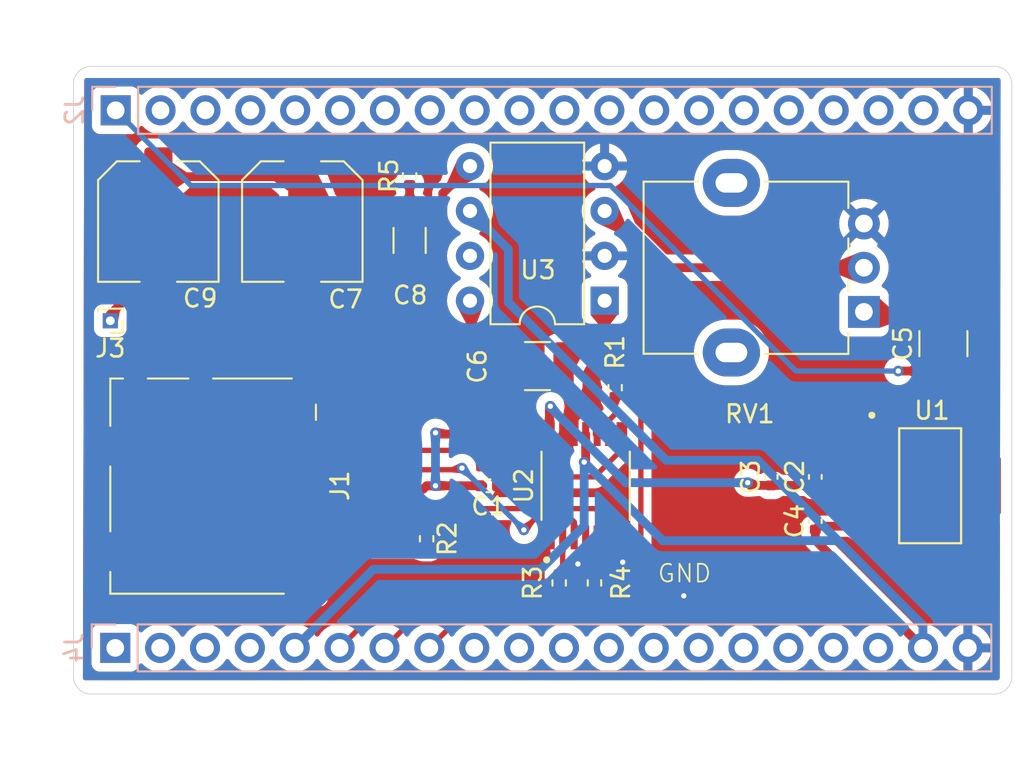
<source format=kicad_pcb>
(kicad_pcb (version 20240108) (generator "pcbnew") (generator_version "8.0")
  (layers (0 "F.Cu" signal) (31 "B.Cu" signal) (34 "B.Paste" user) (35 "F.Paste" user) (36 "B.SilkS" user "B.Silkscreen") (37 "F.SilkS" user "F.Silkscreen") (38 "B.Mask" user) (39 "F.Mask" user) (44 "Edge.Cuts" user))
  (net 0 "")
  (net 1 "Net-(J1-CMD)")
  (net 2 "Net-(J1-CLK)")
  (net 3 "Net-(J1-DAT0)")
  (net 4 "GND")
  (net 5 "+3.3V")
  (net 6 "Net-(J1-DAT3{slash}CD)")
  (net 9 "/speaker")
  (net 10 "+5V")
  (net 11 "Net-(C6-Pad2)")
  (net 12 "Net-(C7-Pad1)")
  (net 13 "Net-(U3-+)")
  (net 14 "Net-(C6-Pad1)")
  (net 16 "Net-(C5-Pad2)")
  (net 17 "/Audio")
  (net 18 "Net-(C8-Pad1)")
  (net 39 "/MOSI")
  (net 40 "/SCK")
  (net 42 "/CS")
  (net 54 "Net-(U2-3A)")
  (net 55 "Net-(U2-1A)")
  (net 56 "Net-(U2-2A)")
  (footprint "Resistor_SMD:R_0402_1005Metric" (layer "F.Cu") (at 102.2848 40.6014 90)
    (property "Reference" "R5" (at 0 -1.17 90) (layer "F.SilkS"))
    (property "Value" "10")
    (fp_line (start -0.153641 -0.38) (end 0.153641 -0.38) (stroke (width 0.12)) (layer "F.SilkS"))
    (fp_line (start -0.153641 0.38) (end 0.153641 0.38) (stroke (width 0.12)) (layer "F.SilkS"))
    (pad "1" smd roundrect (at -0.51 0 90) (size 0.54 0.64) (layers "F.Cu" "F.Paste" "F.Mask") (net 18 "Net-(C8-Pad1)"))
    (pad "2" smd roundrect (at 0.51 0 90) (size 0.54 0.64) (layers "F.Cu" "F.Paste" "F.Mask") (net 4 "GND"))
  )
  (footprint "Connector_Card:microSD_HC_Molex_104031-0811" (layer "F.Cu") (at 91.1621 58.1422 -90)
    (property "Reference" "J1" (at 0 -7.18 90) (layer "F.SilkS"))
    (property "Value" "Micro_SD_Card")
    (fp_line (start -6.07 5.82) (end -3.39 5.82) (stroke (width 0.12)) (layer "F.SilkS"))
    (fp_line (start -1.09 5.82) (end 2.58 5.82) (stroke (width 0.12)) (layer "F.SilkS"))
    (fp_line (start 4.88 5.82) (end 6.11 5.82) (stroke (width 0.12)) (layer "F.SilkS"))
    (fp_line (start 6.11 5.82) (end 6.11 -4) (stroke (width 0.12)) (layer "F.SilkS"))
    (fp_line (start -6.07 5.1) (end -6.07 5.82) (stroke (width 0.12)) (layer "F.SilkS"))
    (fp_line (start -6.07 1.4) (end -6.07 3.7) (stroke (width 0.12)) (layer "F.SilkS"))
    (fp_line (start -6.07 -4.45) (end -6.07 0) (stroke (width 0.12)) (layer "F.SilkS"))
    (fp_line (start -4.59 -5.82) (end -3.73 -5.82) (stroke (width 0.12)) (layer "F.SilkS"))
    (pad "1" smd rect (at -3.105 -5.45 270) (size 0.85 1.1) (layers "F.Cu" "F.Paste" "F.Mask"))
    (pad "2" smd rect (at -2.005 -5.45 270) (size 0.85 1.1) (layers "F.Cu" "F.Paste" "F.Mask") (net 6 "Net-(J1-DAT3{slash}CD)"))
    (pad "3" smd rect (at -0.905 -5.45 270) (size 0.85 1.1) (layers "F.Cu" "F.Paste" "F.Mask") (net 1 "Net-(J1-CMD)"))
    (pad "4" smd rect (at 0.195 -5.45 270) (size 0.85 1.1) (layers "F.Cu" "F.Paste" "F.Mask") (net 5 "+3.3V"))
    (pad "5" smd rect (at 1.295 -5.45 270) (size 0.85 1.1) (layers "F.Cu" "F.Paste" "F.Mask") (net 2 "Net-(J1-CLK)"))
    (pad "6" smd rect (at 2.395 -5.45 270) (size 0.85 1.1) (layers "F.Cu" "F.Paste" "F.Mask") (net 4 "GND"))
    (pad "7" smd rect (at 3.495 -5.45 270) (size 0.85 1.1) (layers "F.Cu" "F.Paste" "F.Mask") (net 3 "Net-(J1-DAT0)"))
    (pad "8" smd rect (at 4.545 -5.45 270) (size 0.75 1.1) (layers "F.Cu" "F.Paste" "F.Mask"))
    (pad "9" smd rect (at -5.74 0.7 270) (size 1.2 1) (layers "F.Cu" "F.Paste" "F.Mask") (net 4 "GND"))
    (pad "10" smd rect (at -5.74 4.4 270) (size 1.2 1) (layers "F.Cu" "F.Paste" "F.Mask"))
    (pad "11" smd rect (at -5.565 -5.325 270) (size 1.55 1.35) (layers "F.Cu" "F.Paste" "F.Mask"))
    (pad "11" smd rect (at -2.24 5.375 270) (size 1.9 1.35) (layers "F.Cu" "F.Paste" "F.Mask"))
    (pad "11" smd rect (at 3.73 5.375 270) (size 1.9 1.35) (layers "F.Cu" "F.Paste" "F.Mask"))
    (pad "11" smd rect (at 5.755 -5.1 270) (size 1.17 1.8) (layers "F.Cu" "F.Paste" "F.Mask"))
  )
  (footprint "Package_DIP:DIP-8_W7.62mm" (layer "F.Cu") (at 113.3238 47.6684 180)
    (property "Reference" "U3" (at 3.7746 1.7356 0) (layer "F.SilkS"))
    (property "Value" "LM386")
    (fp_line (start 6.46 8.95) (end 6.46 -1.33) (stroke (width 0.12)) (layer "F.SilkS"))
    (fp_line (start 6.46 -1.33) (end 4.81 -1.33) (stroke (width 0.12)) (layer "F.SilkS"))
    (fp_line (start 2.81 -1.33) (end 1.16 -1.33) (stroke (width 0.12)) (layer "F.SilkS"))
    (fp_line (start 1.16 8.95) (end 6.46 8.95) (stroke (width 0.12)) (layer "F.SilkS"))
    (fp_line (start 1.16 -1.33) (end 1.16 8.95) (stroke (width 0.12)) (layer "F.SilkS"))
    (fp_arc (start 4.81 -1.33) (mid 3.81 -0.33) (end 2.81 -1.33) (stroke (width 0.12)) (layer "F.SilkS"))
    (pad "1" thru_hole rect (at 0 0 180) (size 1.6 1.6) (drill 0.8) (layers "*.Cu" "*.Mask") (net 14 "Net-(C6-Pad1)"))
    (pad "2" thru_hole oval (at 0 2.54 180) (size 1.6 1.6) (drill 0.8) (layers "*.Cu" "*.Mask") (net 4 "GND"))
    (pad "3" thru_hole oval (at 0 5.08 180) (size 1.6 1.6) (drill 0.8) (layers "*.Cu" "*.Mask") (net 13 "Net-(U3-+)"))
    (pad "4" thru_hole oval (at 0 7.62 180) (size 1.6 1.6) (drill 0.8) (layers "*.Cu" "*.Mask") (net 4 "GND"))
    (pad "5" thru_hole oval (at 7.62 7.62 180) (size 1.6 1.6) (drill 0.8) (layers "*.Cu" "*.Mask") (net 12 "Net-(C7-Pad1)"))
    (pad "6" thru_hole oval (at 7.62 5.08 180) (size 1.6 1.6) (drill 0.8) (layers "*.Cu" "*.Mask") (net 10 "+5V"))
    (pad "7" thru_hole oval (at 7.62 2.54 180) (size 1.6 1.6) (drill 0.8) (layers "*.Cu" "*.Mask"))
    (pad "8" thru_hole oval (at 7.62 0 180) (size 1.6 1.6) (drill 0.8) (layers "*.Cu" "*.Mask") (net 11 "Net-(C6-Pad2)"))
  )
  (footprint "Potentiometer_THT:Potentiometer_Alpha_RD901F-40-00D_Single_Vertical" (layer "F.Cu") (at 128 48.3 180)
    (property "Reference" "RV1" (at 6.4604 -5.7822 0) (layer "F.SilkS"))
    (property "Value" "10k")
    (fp_line (start 12.47 7.37) (end 12.47 -2.37) (stroke (width 0.12)) (layer "F.SilkS"))
    (fp_line (start 9.41 7.37) (end 12.47 7.37) (stroke (width 0.12)) (layer "F.SilkS"))
    (fp_line (start 9.41 -2.37) (end 12.47 -2.37) (stroke (width 0.12)) (layer "F.SilkS"))
    (fp_line (start 0.88 7.37) (end 5.6 7.37) (stroke (width 0.12)) (layer "F.SilkS"))
    (fp_line (start 0.88 7.37) (end 0.88 5.88) (stroke (width 0.12)) (layer "F.SilkS"))
    (fp_line (start 0.88 4.16) (end 0.88 3.33) (stroke (width 0.12)) (layer "F.SilkS"))
    (fp_line (start 0.88 1.71) (end 0.88 1.18) (stroke (width 0.12)) (layer "F.SilkS"))
    (fp_line (start 0.88 -1.19) (end 0.88 -2.37) (stroke (width 0.12)) (layer "F.SilkS"))
    (fp_line (start 0.88 -2.38) (end 5.6 -2.38) (stroke (width 0.12)) (layer "F.SilkS"))
    (pad "" thru_hole oval (at 7.5 -2.3 270) (size 2.72 3.24) (drill oval 1.1 1.8) (layers "*.Cu" "*.Mask"))
    (pad "" thru_hole oval (at 7.5 7.3 270) (size 2.72 3.24) (drill oval 1.1 1.8) (layers "*.Cu" "*.Mask"))
    (pad "1" thru_hole rect (at 0 0 270) (size 1.8 1.8) (drill 1) (layers "*.Cu" "*.Mask") (net 16 "Net-(C5-Pad2)"))
    (pad "2" thru_hole circle (at 0 2.5 270) (size 1.8 1.8) (drill 1) (layers "*.Cu" "*.Mask") (net 13 "Net-(U3-+)"))
    (pad "3" thru_hole circle (at 0 5 270) (size 1.8 1.8) (drill 1) (layers "*.Cu" "*.Mask") (net 4 "GND"))
  )
  (footprint "Resistor_SMD:R_0402_1005Metric" (layer "F.Cu") (at 110.7496 63.6422 90)
    (property "Reference" "R3" (at 0 -1.5 90) (layer "F.SilkS"))
    (property "Value" "3.3k")
    (fp_line (start -0.153641 -0.38) (end 0.153641 -0.38) (stroke (width 0.12)) (layer "F.SilkS"))
    (fp_line (start -0.153641 0.38) (end 0.153641 0.38) (stroke (width 0.12)) (layer "F.SilkS"))
    (pad "1" smd roundrect (at -0.51 0 90) (size 0.54 0.64) (layers "F.Cu" "F.Paste" "F.Mask") (net 39 "/MOSI"))
    (pad "2" smd roundrect (at 0.51 0 90) (size 0.54 0.64) (layers "F.Cu" "F.Paste" "F.Mask") (net 55 "Net-(U2-1A)"))
  )
  (footprint "Capacitor_SMD:C_0402_1005Metric" (layer "F.Cu") (at 125.2496 60.1422 90)
    (property "Reference" "C4" (at 0 -1.16 90) (layer "F.SilkS"))
    (property "Value" "10n")
    (fp_line (start -0.107836 -0.36) (end 0.107836 -0.36) (stroke (width 0.12)) (layer "F.SilkS"))
    (fp_line (start -0.107836 0.36) (end 0.107836 0.36) (stroke (width 0.12)) (layer "F.SilkS"))
    (pad "1" smd roundrect (at -0.48 0 90) (size 0.56 0.62) (layers "F.Cu" "F.Paste" "F.Mask") (net 10 "+5V"))
    (pad "2" smd roundrect (at 0.48 0 90) (size 0.56 0.62) (layers "F.Cu" "F.Paste" "F.Mask") (net 4 "GND"))
  )
  (footprint "Resistor_SMD:R_0402_1005Metric" (layer "F.Cu") (at 103.2496 61.1422 -90)
    (property "Reference" "R2" (at 0 -1.17 90) (layer "F.SilkS"))
    (property "Value" "3.3k")
    (fp_line (start -0.153641 0.38) (end 0.153641 0.38) (stroke (width 0.12)) (layer "F.SilkS"))
    (fp_line (start -0.153641 -0.38) (end 0.153641 -0.38) (stroke (width 0.12)) (layer "F.SilkS"))
    (pad "1" smd roundrect (at -0.51 0 270) (size 0.54 0.64) (layers "F.Cu" "F.Paste" "F.Mask") (net 4 "GND"))
    (pad "2" smd roundrect (at 0.51 0 270) (size 0.54 0.64) (layers "F.Cu" "F.Paste" "F.Mask") (net 3 "Net-(J1-DAT0)"))
  )
  (footprint "Symbol:SOT229P700X180-4N" (layer "F.Cu") (at 131.7496 58.1422 -90)
    (property "Reference" "U1" (at -4.2592 -0.1008 180) (layer "F.SilkS"))
    (property "Value" "AMS1117-5.0")
    (fp_line (start -3.2525 1.7525) (end -3.2525 -1.7525) (stroke (width 0.127)) (layer "F.SilkS"))
    (fp_line (start 3.2525 1.7525) (end -3.2525 1.7525) (stroke (width 0.127)) (layer "F.SilkS"))
    (fp_line (start -3.2525 -1.7525) (end 3.2525 -1.7525) (stroke (width 0.127)) (layer "F.SilkS"))
    (fp_line (start 3.2525 -1.7525) (end 3.2525 1.7525) (stroke (width 0.127)) (layer "F.SilkS"))
    (fp_circle (center -3.99 3.3) (end -3.89 3.3) (stroke (width 0.2)) (fill none) (layer "F.SilkS"))
    (pad "1" smd roundrect (at -2.29 3.345 270) (size 0.93 1.31) (layers "F.Cu" "F.Paste" "F.Mask") (roundrect_rratio 0.075) (net 4 "GND"))
    (pad "2" smd roundrect (at 0 3.345 270) (size 0.93 1.31) (layers "F.Cu" "F.Paste" "F.Mask") (roundrect_rratio 0.075) (net 5 "+3.3V"))
    (pad "3" smd roundrect (at 2.29 3.345 270) (size 0.93 1.31) (layers "F.Cu" "F.Paste" "F.Mask") (roundrect_rratio 0.075) (net 10 "+5V"))
    (pad "4" smd roundrect (at 0 -3.345 270) (size 3.24 1.31) (layers "F.Cu" "F.Paste" "F.Mask") (roundrect_rratio 0.075))
  )
  (footprint "Capacitor_SMD:C_Elec_6.3x5.8" (layer "F.Cu") (at 96.2108 43.1871 -90)
    (property "Reference" "C7" (at 4.3994 -2.4494 180) (layer "F.SilkS"))
    (property "Value" "100u")
    (fp_line (start -2.345563 3.41) (end 3.41 3.41) (stroke (width 0.12)) (layer "F.SilkS"))
    (fp_line (start 3.41 3.41) (end 3.41 1.06) (stroke (width 0.12)) (layer "F.SilkS"))
    (fp_line (start -3.41 2.345563) (end -2.345563 3.41) (stroke (width 0.12)) (layer "F.SilkS"))
    (fp_line (start -3.41 2.345563) (end -3.41 1.06) (stroke (width 0.12)) (layer "F.SilkS"))
    (fp_line (start -3.41 -2.345563) (end -3.41 -1.06) (stroke (width 0.12)) (layer "F.SilkS"))
    (fp_line (start -3.41 -2.345563) (end -2.345563 -3.41) (stroke (width 0.12)) (layer "F.SilkS"))
    (fp_line (start -2.345563 -3.41) (end 3.41 -3.41) (stroke (width 0.12)) (layer "F.SilkS"))
    (fp_line (start 3.41 -3.41) (end 3.41 -1.06) (stroke (width 0.12)) (layer "F.SilkS"))
    (pad "1" smd roundrect (at -2.5375 0 270) (size 3.325 1.6) (layers "F.Cu" "F.Paste" "F.Mask") (roundrect_rratio 0.15625) (net 12 "Net-(C7-Pad1)"))
    (pad "2" smd roundrect (at 2.5375 0 270) (size 3.325 1.6) (layers "F.Cu" "F.Paste" "F.Mask") (roundrect_rratio 0.15625) (net 9 "/speaker"))
  )
  (footprint "Resistor_SMD:R_0402_1005Metric" (layer "F.Cu") (at 113.918 52.5876 -90)
    (property "Reference" "R1" (at -2 0 90) (layer "F.SilkS"))
    (property "Value" "3.3k")
    (fp_line (start -0.153641 0.38) (end 0.153641 0.38) (stroke (width 0.12)) (layer "F.SilkS"))
    (fp_line (start -0.153641 -0.38) (end 0.153641 -0.38) (stroke (width 0.12)) (layer "F.SilkS"))
    (pad "1" smd roundrect (at -0.51 0 270) (size 0.54 0.64) (layers "F.Cu" "F.Paste" "F.Mask") (net 42 "/CS"))
    (pad "2" smd roundrect (at 0.51 0 270) (size 0.54 0.64) (layers "F.Cu" "F.Paste" "F.Mask") (net 54 "Net-(U2-3A)"))
  )
  (footprint "Capacitor_SMD:C_1210_3225Metric" (layer "F.Cu") (at 109.5238 51.3684 180)
    (property "Reference" "C6" (at 3.4036 -0.0184 -90) (layer "F.SilkS"))
    (property "Value" "10u")
    (fp_line (start -0.711252 1.36) (end 0.711252 1.36) (stroke (width 0.12)) (layer "F.SilkS"))
    (fp_line (start -0.711252 -1.36) (end 0.711252 -1.36) (stroke (width 0.12)) (layer "F.SilkS"))
    (pad "1" smd roundrect (at -1.475 0 180) (size 1.15 2.7) (layers "F.Cu" "F.Paste" "F.Mask") (roundrect_rratio 0.217391) (net 14 "Net-(C6-Pad1)"))
    (pad "2" smd roundrect (at 1.475 0 180) (size 1.15 2.7) (layers "F.Cu" "F.Paste" "F.Mask") (roundrect_rratio 0.217391) (net 11 "Net-(C6-Pad2)"))
  )
  (footprint "Capacitor_SMD:C_0402_1005Metric" (layer "F.Cu") (at 122.7496 57.6422 90)
    (property "Reference" "C3" (at 0 -1.16 90) (layer "F.SilkS"))
    (property "Value" "100n")
    (fp_line (start -0.107836 -0.36) (end 0.107836 -0.36) (stroke (width 0.12)) (layer "F.SilkS"))
    (fp_line (start -0.107836 0.36) (end 0.107836 0.36) (stroke (width 0.12)) (layer "F.SilkS"))
    (pad "1" smd roundrect (at -0.48 0 90) (size 0.56 0.62) (layers "F.Cu" "F.Paste" "F.Mask") (net 5 "+3.3V"))
    (pad "2" smd roundrect (at 0.48 0 90) (size 0.56 0.62) (layers "F.Cu" "F.Paste" "F.Mask") (net 4 "GND"))
  )
  (footprint "Resistor_SMD:R_0402_1005Metric" (layer "F.Cu") (at 112.7496 63.6422 90)
    (property "Reference" "R4" (at 0 1.5 90) (layer "F.SilkS"))
    (property "Value" "3.3k")
    (fp_line (start -0.153641 -0.38) (end 0.153641 -0.38) (stroke (width 0.12)) (layer "F.SilkS"))
    (fp_line (start -0.153641 0.38) (end 0.153641 0.38) (stroke (width 0.12)) (layer "F.SilkS"))
    (pad "1" smd roundrect (at -0.51 0 90) (size 0.54 0.64) (layers "F.Cu" "F.Paste" "F.Mask") (net 40 "/SCK"))
    (pad "2" smd roundrect (at 0.51 0 90) (size 0.54 0.64) (layers "F.Cu" "F.Paste" "F.Mask") (net 56 "Net-(U2-2A)"))
  )
  (footprint "Capacitor_SMD:C_1210_3225Metric" (layer "F.Cu") (at 132.5 50.1 90)
    (property "Reference" "C5" (at 0 -2.3 90) (layer "F.SilkS"))
    (property "Value" "10u")
    (fp_line (start -0.711252 -1.36) (end 0.711252 -1.36) (stroke (width 0.12)) (layer "F.SilkS"))
    (fp_line (start -0.711252 1.36) (end 0.711252 1.36) (stroke (width 0.12)) (layer "F.SilkS"))
    (pad "1" smd roundrect (at -1.475 0 90) (size 1.15 2.7) (layers "F.Cu" "F.Paste" "F.Mask") (roundrect_rratio 0.217391) (net 17 "/Audio"))
    (pad "2" smd roundrect (at 1.475 0 90) (size 1.15 2.7) (layers "F.Cu" "F.Paste" "F.Mask") (roundrect_rratio 0.217391) (net 16 "Net-(C5-Pad2)"))
  )
  (footprint "Capacitor_SMD:C_0402_1005Metric" (layer "F.Cu") (at 106.7496 58.1422 180)
    (property "Reference" "C1" (at 0 -1.16 180) (layer "F.SilkS"))
    (property "Value" "100n")
    (fp_line (start -0.107836 0.36) (end 0.107836 0.36) (stroke (width 0.12)) (layer "F.SilkS"))
    (fp_line (start -0.107836 -0.36) (end 0.107836 -0.36) (stroke (width 0.12)) (layer "F.SilkS"))
    (pad "1" smd roundrect (at -0.48 0 180) (size 0.56 0.62) (layers "F.Cu" "F.Paste" "F.Mask") (net 4 "GND"))
    (pad "2" smd roundrect (at 0.48 0 180) (size 0.56 0.62) (layers "F.Cu" "F.Paste" "F.Mask") (net 5 "+3.3V"))
  )
  (footprint "Connector_PinHeader_1.00mm:PinHeader_1x01_P1.00mm_Vertical" (layer "F.Cu") (at 85.343 48.803 180)
    (property "Reference" "J3" (at 0 -1.56 0) (layer "F.SilkS"))
    (property "Value" "Conn_01x01_Pin")
    (fp_line (start 0.695 0.685) (end 0.695 0.56) (stroke (width 0.12)) (layer "F.SilkS"))
    (fp_line (start 0.608276 0.685) (end 0.695 0.685) (stroke (width 0.12)) (layer "F.SilkS"))
    (fp_line (start -0.695 0.685) (end 0.695 0.685) (stroke (width 0.12)) (layer "F.SilkS"))
    (fp_line (start -0.695 0.685) (end -0.608276 0.685) (stroke (width 0.12)) (layer "F.SilkS"))
    (fp_line (start -0.695 0.685) (end -0.695 0.56) (stroke (width 0.12)) (layer "F.SilkS"))
    (fp_line (start -0.695 0) (end -0.695 -0.685) (stroke (width 0.12)) (layer "F.SilkS"))
    (fp_line (start -0.695 -0.685) (end 0 -0.685) (stroke (width 0.12)) (layer "F.SilkS"))
    (pad "1" thru_hole rect (at 0 0 180) (size 0.85 0.85) (drill 0.5) (layers "*.Cu" "*.Mask") (net 9 "/speaker"))
  )
  (footprint "Symbol:IC_74LVC125APW_118" (layer "F.Cu") (at 112.2496 58.1422 90)
    (property "Reference" "U2" (at 0 -3.5 90) (layer "F.SilkS"))
    (property "Value" "74LVC125APW_118")
    (fp_line (start -1.93 -2.5) (end 1.93 -2.5) (stroke (width 0.127)) (layer "F.SilkS"))
    (fp_line (start -1.93 2.5) (end 1.93 2.5) (stroke (width 0.127)) (layer "F.SilkS"))
    (fp_circle (center -4.195 -2.207) (end -4.095 -2.207) (stroke (width 0.2)) (fill none) (layer "F.SilkS"))
    (pad "1" smd rect (at -2.925 -2.05 90) (size 1.35 0.6) (layers "F.Cu" "F.Mask") (net 4 "GND"))
    (pad "2" smd rect (at -2.925 -1.3 90) (size 1.35 0.4) (layers "F.Cu" "F.Mask") (net 55 "Net-(U2-1A)"))
    (pad "3" smd rect (at -2.925 -0.65 90) (size 1.35 0.4) (layers "F.Cu" "F.Mask") (net 1 "Net-(J1-CMD)"))
    (pad "4" smd rect (at -2.925 0 90) (size 1.35 0.4) (layers "F.Cu" "F.Mask") (net 4 "GND"))
    (pad "5" smd rect (at -2.925 0.65 90) (size 1.35 0.4) (layers "F.Cu" "F.Mask") (net 56 "Net-(U2-2A)"))
    (pad "6" smd rect (at -2.925 1.3 90) (size 1.35 0.4) (layers "F.Cu" "F.Mask") (net 2 "Net-(J1-CLK)"))
    (pad "7" smd rect (at -2.925 2.05 90) (size 1.35 0.6) (layers "F.Cu" "F.Mask") (net 4 "GND"))
    (pad "8" smd rect (at 2.925 2.05 90) (size 1.35 0.6) (layers "F.Cu" "F.Mask") (net 6 "Net-(J1-DAT3{slash}CD)"))
    (pad "9" smd rect (at 2.925 1.3 90) (size 1.35 0.4) (layers "F.Cu" "F.Mask") (net 54 "Net-(U2-3A)"))
    (pad "10" smd rect (at 2.925 0.65 90) (size 1.35 0.4) (layers "F.Cu" "F.Mask") (net 4 "GND"))
    (pad "11" smd rect (at 2.925 0 90) (size 1.35 0.4) (layers "F.Cu" "F.Mask") (net 10 "+5V"))
    (pad "12" smd rect (at 2.925 -0.65 90) (size 1.35 0.4) (layers "F.Cu" "F.Mask") (net 4 "GND"))
    (pad "13" smd rect (at 2.925 -1.3 90) (size 1.35 0.4) (layers "F.Cu" "F.Mask") (net 4 "GND"))
    (pad "14" smd rect (at 2.925 -2.05 90) (size 1.35 0.6) (layers "F.Cu" "F.Mask") (net 5 "+3.3V"))
  )
  (footprint "Capacitor_SMD:C_Elec_6.3x7.7" (layer "F.Cu") (at 88.0608 43.1871 -90)
    (property "Reference" "C9" (at 4.3486 -2.3698 180) (layer "F.SilkS"))
    (property "Value" "150u")
    (fp_line (start -2.345563 3.41) (end 3.41 3.41) (stroke (width 0.12)) (layer "F.SilkS"))
    (fp_line (start 3.41 3.41) (end 3.41 1.06) (stroke (width 0.12)) (layer "F.SilkS"))
    (fp_line (start -3.41 2.345563) (end -2.345563 3.41) (stroke (width 0.12)) (layer "F.SilkS"))
    (fp_line (start -3.41 2.345563) (end -3.41 1.06) (stroke (width 0.12)) (layer "F.SilkS"))
    (fp_line (start -3.41 -2.345563) (end -3.41 -1.06) (stroke (width 0.12)) (layer "F.SilkS"))
    (fp_line (start -3.41 -2.345563) (end -2.345563 -3.41) (stroke (width 0.12)) (layer "F.SilkS"))
    (fp_line (start -2.345563 -3.41) (end 3.41 -3.41) (stroke (width 0.12)) (layer "F.SilkS"))
    (fp_line (start 3.41 -3.41) (end 3.41 -1.06) (stroke (width 0.12)) (layer "F.SilkS"))
    (pad "1" smd roundrect (at -2.5375 0 270) (size 3.325 1.6) (layers "F.Cu" "F.Paste" "F.Mask") (roundrect_rratio 0.15625) (net 12 "Net-(C7-Pad1)"))
    (pad "2" smd roundrect (at 2.5375 0 270) (size 3.325 1.6) (layers "F.Cu" "F.Paste" "F.Mask") (roundrect_rratio 0.15625) (net 9 "/speaker"))
  )
  (footprint "Capacitor_SMD:C_0402_1005Metric" (layer "F.Cu") (at 125.2496 57.6422 90)
    (property "Reference" "C2" (at 0 -1.16 90) (layer "F.SilkS"))
    (property "Value" "100n")
    (fp_line (start -0.107836 -0.36) (end 0.107836 -0.36) (stroke (width 0.12)) (layer "F.SilkS"))
    (fp_line (start -0.107836 0.36) (end 0.107836 0.36) (stroke (width 0.12)) (layer "F.SilkS"))
    (pad "1" smd roundrect (at -0.48 0 90) (size 0.56 0.62) (layers "F.Cu" "F.Paste" "F.Mask") (net 5 "+3.3V"))
    (pad "2" smd roundrect (at 0.48 0 90) (size 0.56 0.62) (layers "F.Cu" "F.Paste" "F.Mask") (net 4 "GND"))
  )
  (footprint "Capacitor_SMD:C_1206_3216Metric" (layer "F.Cu") (at 102.2848 44.2564 -90)
    (property "Reference" "C8" (at 3.104 -0.0308 180) (layer "F.SilkS"))
    (property "Value" "0.05u")
    (fp_line (start -0.711252 0.91) (end 0.711252 0.91) (stroke (width 0.12)) (layer "F.SilkS"))
    (fp_line (start -0.711252 -0.91) (end 0.711252 -0.91) (stroke (width 0.12)) (layer "F.SilkS"))
    (pad "1" smd roundrect (at -1.475 0 270) (size 1.15 1.8) (layers "F.Cu" "F.Paste" "F.Mask") (roundrect_rratio 0.217391) (net 18 "Net-(C8-Pad1)"))
    (pad "2" smd roundrect (at 1.475 0 270) (size 1.15 1.8) (layers "F.Cu" "F.Paste" "F.Mask") (roundrect_rratio 0.217391) (net 12 "Net-(C7-Pad1)"))
  )
  (footprint "Connector_PinHeader_2.54mm:PinHeader_1x20_P2.54mm_Vertical" (layer "B.Cu") (at 85.6224 67.3196 -90)
    (property "Reference" "J4" (at 0 2.33 90) (layer "B.SilkS") (effects (justify mirror)))
    (property "Value" "Conn_01x20_Pin")
    (fp_line (start -1.33 1.33) (end -1.33 0) (stroke (width 0.12)) (layer "B.SilkS"))
    (fp_line (start 0 1.33) (end -1.33 1.33) (stroke (width 0.12)) (layer "B.SilkS"))
    (fp_line (start 1.33 -1.27) (end -1.33 -1.27) (stroke (width 0.12)) (layer "B.SilkS"))
    (fp_line (start -1.33 -49.59) (end -1.33 -1.27) (stroke (width 0.12)) (layer "B.SilkS"))
    (fp_line (start 1.33 -49.59) (end 1.33 -1.27) (stroke (width 0.12)) (layer "B.SilkS"))
    (fp_line (start 1.33 -49.59) (end -1.33 -49.59) (stroke (width 0.12)) (layer "B.SilkS"))
    (pad "1" thru_hole rect (at 0 0 270) (size 1.7 1.7) (drill 1) (layers "*.Cu" "*.Mask"))
    (pad "2" thru_hole oval (at 0 -2.54 270) (size 1.7 1.7) (drill 1) (layers "*.Cu" "*.Mask"))
    (pad "3" thru_hole oval (at 0 -5.08 270) (size 1.7 1.7) (drill 1) (layers "*.Cu" "*.Mask"))
    (pad "4" thru_hole oval (at 0 -7.62 270) (size 1.7 1.7) (drill 1) (layers "*.Cu" "*.Mask"))
    (pad "5" thru_hole oval (at 0 -10.16 270) (size 1.7 1.7) (drill 1) (layers "*.Cu" "*.Mask") (net 10 "+5V"))
    (pad "6" thru_hole oval (at 0 -12.7 270) (size 1.7 1.7) (drill 1) (layers "*.Cu" "*.Mask") (net 39 "/MOSI"))
    (pad "7" thru_hole oval (at 0 -15.24 270) (size 1.7 1.7) (drill 1) (layers "*.Cu" "*.Mask") (net 40 "/SCK"))
    (pad "8" thru_hole oval (at 0 -17.78 270) (size 1.7 1.7) (drill 1) (layers "*.Cu" "*.Mask") (net 42 "/CS"))
    (pad "9" thru_hole oval (at 0 -20.32 270) (size 1.7 1.7) (drill 1) (layers "*.Cu" "*.Mask"))
    (pad "10" thru_hole oval (at 0 -22.86 270) (size 1.7 1.7) (drill 1) (layers "*.Cu" "*.Mask"))
    (pad "11" thru_hole oval (at 0 -25.4 270) (size 1.7 1.7) (drill 1) (layers "*.Cu" "*.Mask"))
    (pad "12" thru_hole oval (at 0 -27.94 270) (size 1.7 1.7) (drill 1) (layers "*.Cu" "*.Mask"))
    (pad "13" thru_hole oval (at 0 -30.48 270) (size 1.7 1.7) (drill 1) (layers "*.Cu" "*.Mask"))
    (pad "14" thru_hole oval (at 0 -33.02 270) (size 1.7 1.7) (drill 1) (layers "*.Cu" "*.Mask"))
    (pad "15" thru_hole oval (at 0 -35.56 270) (size 1.7 1.7) (drill 1) (layers "*.Cu" "*.Mask"))
    (pad "16" thru_hole oval (at 0 -38.1 270) (size 1.7 1.7) (drill 1) (layers "*.Cu" "*.Mask"))
    (pad "17" thru_hole oval (at 0 -40.64 270) (size 1.7 1.7) (drill 1) (layers "*.Cu" "*.Mask"))
    (pad "18" thru_hole oval (at 0 -43.18 270) (size 1.7 1.7) (drill 1) (layers "*.Cu" "*.Mask"))
    (pad "19" thru_hole oval (at 0 -45.72 270) (size 1.7 1.7) (drill 1) (layers "*.Cu" "*.Mask") (net 10 "+5V"))
    (pad "20" thru_hole oval (at 0 -48.26 270) (size 1.7 1.7) (drill 1) (layers "*.Cu" "*.Mask") (net 4 "GND"))
  )
  (footprint "Connector_PinHeader_2.54mm:PinHeader_1x20_P2.54mm_Vertical" (layer "B.Cu") (at 85.6478 36.8904 -90)
    (property "Reference" "J2" (at 0 2.33 90) (layer "B.SilkS") (effects (justify mirror)))
    (property "Value" "Conn_01x20_Pin")
    (fp_line (start -1.33 1.33) (end -1.33 0) (stroke (width 0.12)) (layer "B.SilkS"))
    (fp_line (start 0 1.33) (end -1.33 1.33) (stroke (width 0.12)) (layer "B.SilkS"))
    (fp_line (start 1.33 -1.27) (end -1.33 -1.27) (stroke (width 0.12)) (layer "B.SilkS"))
    (fp_line (start -1.33 -49.59) (end -1.33 -1.27) (stroke (width 0.12)) (layer "B.SilkS"))
    (fp_line (start 1.33 -49.59) (end 1.33 -1.27) (stroke (width 0.12)) (layer "B.SilkS"))
    (fp_line (start 1.33 -49.59) (end -1.33 -49.59) (stroke (width 0.12)) (layer "B.SilkS"))
    (pad "1" thru_hole rect (at 0 0 270) (size 1.7 1.7) (drill 1) (layers "*.Cu" "*.Mask") (net 17 "/Audio"))
    (pad "2" thru_hole oval (at 0 -2.54 270) (size 1.7 1.7) (drill 1) (layers "*.Cu" "*.Mask"))
    (pad "3" thru_hole oval (at 0 -5.08 270) (size 1.7 1.7) (drill 1) (layers "*.Cu" "*.Mask"))
    (pad "4" thru_hole oval (at 0 -7.62 270) (size 1.7 1.7) (drill 1) (layers "*.Cu" "*.Mask"))
    (pad "5" thru_hole oval (at 0 -10.16 270) (size 1.7 1.7) (drill 1) (layers "*.Cu" "*.Mask"))
    (pad "6" thru_hole oval (at 0 -12.7 270) (size 1.7 1.7) (drill 1) (layers "*.Cu" "*.Mask"))
    (pad "7" thru_hole oval (at 0 -15.24 270) (size 1.7 1.7) (drill 1) (layers "*.Cu" "*.Mask"))
    (pad "8" thru_hole oval (at 0 -17.78 270) (size 1.7 1.7) (drill 1) (layers "*.Cu" "*.Mask"))
    (pad "9" thru_hole oval (at 0 -20.32 270) (size 1.7 1.7) (drill 1) (layers "*.Cu" "*.Mask"))
    (pad "10" thru_hole oval (at 0 -22.86 270) (size 1.7 1.7) (drill 1) (layers "*.Cu" "*.Mask"))
    (pad "11" thru_hole oval (at 0 -25.4 270) (size 1.7 1.7) (drill 1) (layers "*.Cu" "*.Mask"))
    (pad "12" thru_hole oval (at 0 -27.94 270) (size 1.7 1.7) (drill 1) (layers "*.Cu" "*.Mask"))
    (pad "13" thru_hole oval (at 0 -30.48 270) (size 1.7 1.7) (drill 1) (layers "*.Cu" "*.Mask"))
    (pad "14" thru_hole oval (at 0 -33.02 270) (size 1.7 1.7) (drill 1) (layers "*.Cu" "*.Mask"))
    (pad "15" thru_hole oval (at 0 -35.56 270) (size 1.7 1.7) (drill 1) (layers "*.Cu" "*.Mask"))
    (pad "16" thru_hole oval (at 0 -38.1 270) (size 1.7 1.7) (drill 1) (layers "*.Cu" "*.Mask"))
    (pad "17" thru_hole oval (at 0 -40.64 270) (size 1.7 1.7) (drill 1) (layers "*.Cu" "*.Mask"))
    (pad "18" thru_hole oval (at 0 -43.18 270) (size 1.7 1.7) (drill 1) (layers "*.Cu" "*.Mask"))
    (pad "19" thru_hole oval (at 0 -45.72 270) (size 1.7 1.7) (drill 1) (layers "*.Cu" "*.Mask"))
    (pad "20" thru_hole oval (at 0 -48.26 270) (size 1.7 1.7) (drill 1) (layers "*.Cu" "*.Mask") (net 4 "GND"))
  )
  (gr_line (start 135.3716 69.9358) (end 84.2602 69.9358) (stroke (width 0.05)) (layer "Edge.Cuts"))
  (gr_line (start 136.3716 35.4012) (end 136.3716 68.9358) (stroke (width 0.05)) (layer "Edge.Cuts"))
  (gr_arc (start 135.3716 34.4012) (mid 136.078707 34.694093) (end 136.3716 35.4012) (stroke (width 0.05)) (layer "Edge.Cuts"))
  (gr_line (start 84.2602 34.4012) (end 135.3716 34.4012) (stroke (width 0.05)) (layer "Edge.Cuts"))
  (gr_arc (start 136.3716 68.9358) (mid 136.078707 69.642907) (end 135.3716 69.9358) (stroke (width 0.05)) (layer "Edge.Cuts"))
  (gr_arc (start 84.2602 69.9358) (mid 83.553093 69.642907) (end 83.2602 68.9358) (stroke (width 0.05)) (layer "Edge.Cuts"))
  (gr_line (start 83.2602 68.9358) (end 83.2602 35.4012) (stroke (width 0.05)) (layer "Edge.Cuts"))
  (gr_arc (start 83.2602 35.4012) (mid 83.553093 34.694093) (end 84.2602 34.4012) (stroke (width 0.05)) (layer "Edge.Cuts"))
  (gr_text "GND" (at 116.2548 63.6874 0) (layer "F.SilkS") (effects (font (size 1 1) (thickness 0.1)) (justify left bottom)))
  (segment (start 105.1546 57.2372) (end 105.2496 57.1422) (width 0.3) (layer "F.Cu") (net 1))
  (segment (start 111.2446 59.8372) (end 111.5996 60.1922) (width 0.3) (layer "F.Cu") (net 1))
  (segment (start 108.7496 60.6422) (end 109.5546 59.8372) (width 0.3) (layer "F.Cu") (net 1))
  (segment (start 111.5996 60.1922) (end 111.5996 61.0672) (width 0.3) (layer "F.Cu") (net 1))
  (segment (start 109.5546 59.8372) (end 111.2446 59.8372) (width 0.3) (layer "F.Cu") (net 1))
  (segment (start 96.6121 57.2372) (end 105.1546 57.2372) (width 0.3) (layer "F.Cu") (net 1))
  (via (at 108.7496 60.6422) (size 0.6) (drill 0.3) (layers "F.Cu" "B.Cu") (net 1))
  (via (at 105.2496 57.1422) (size 0.6) (drill 0.3) (layers "F.Cu" "B.Cu") (net 1))
  (segment (start 108.7496 60.6422) (end 105.2496 57.1422) (width 0.3) (layer "B.Cu") (net 1))
  (segment (start 112.7946 59.4372) (end 96.6121 59.4372) (width 0.3) (layer "F.Cu") (net 2))
  (segment (start 113.5496 61.0672) (end 113.5496 60.1922) (width 0.3) (layer "F.Cu") (net 2))
  (segment (start 113.5496 60.1922) (end 112.7946 59.4372) (width 0.3) (layer "F.Cu") (net 2))
  (segment (start 103.2346 61.6372) (end 103.2496 61.6522) (width 0.3) (layer "F.Cu") (net 3))
  (segment (start 96.6121 61.6372) (end 103.2346 61.6372) (width 0.3) (layer "F.Cu") (net 3))
  (segment (start 110.9496 55.2172) (end 111.5996 55.2172) (width 0.5) (layer "F.Cu") (net 4))
  (segment (start 111.9318 54.01) (end 112.5174 54.01) (width 0.5) (layer "F.Cu") (net 4))
  (segment (start 111.5996 55.2172) (end 111.5996 54.3422) (width 0.5) (layer "F.Cu") (net 4))
  (segment (start 112.8996 54.3922) (end 112.8996 55.2172) (width 0.5) (layer "F.Cu") (net 4))
  (segment (start 111.5996 54.3422) (end 111.9318 54.01) (width 0.5) (layer "F.Cu") (net 4))
  (segment (start 112.2496 61.0672) (end 112.2496 62.13) (width 0.2) (layer "F.Cu") (net 4))
  (segment (start 112.5174 54.01) (end 112.8996 54.3922) (width 0.5) (layer "F.Cu") (net 4))
  (segment (start 112.2496 62.13) (end 111.8098 62.5698) (width 0.2) (layer "F.Cu") (net 4))
  (segment (start 127.98 43.28) (end 128 43.3) (width 0.5) (layer "F.Cu") (net 4))
  (via (at 114.3498 62.4682) (size 0.6) (drill 0.3) (layers "F.Cu" "B.Cu") (net 4))
  (via (at 111.8098 62.5698) (size 0.6) (drill 0.3) (layers "F.Cu" "B.Cu") (net 4))
  (via (at 117.8042 64.3732) (size 0.6) (drill 0.3) (layers "F.Cu" "B.Cu") (net 4))
  (segment (start 122.7496 58.1222) (end 121.57813 58.1222) (width 0.5) (layer "F.Cu") (net 5))
  (segment (start 121.4296 57.9622) (end 121.423865 57.967935) (width 0.5) (layer "F.Cu") (net 5))
  (segment (start 103.7496 58.1422) (end 106.4296 58.1422) (width 0.5) (layer "F.Cu") (net 5))
  (segment (start 128.4046 58.1422) (end 125.2696 58.1422) (width 0.5) (layer "F.Cu") (net 5))
  (segment (start 103.8246 55.2172) (end 103.7496 55.1422) (width 0.5) (layer "F.Cu") (net 5))
  (segment (start 103.2496 58.1422) (end 103.0546 58.3372) (width 0.5) (layer "F.Cu") (net 5))
  (segment (start 103.0546 58.3372) (end 96.6121 58.3372) (width 0.5) (layer "F.Cu") (net 5))
  (segment (start 121.57813 58.1222) (end 121.423865 57.967935) (width 0.5) (layer "F.Cu") (net 5))
  (segment (start 125.2496 58.1222) (end 122.7496 58.1222) (width 0.5) (layer "F.Cu") (net 5))
  (segment (start 103.7496 58.1422) (end 103.2496 58.1422) (width 0.5) (layer "F.Cu") (net 5))
  (segment (start 110.1996 55.2172) (end 110.1996 53.6922) (width 0.5) (layer "F.Cu") (net 5))
  (segment (start 110.1996 55.2172) (end 103.8246 55.2172) (width 0.5) (layer "F.Cu") (net 5))
  (segment (start 110.1996 53.6922) (end 110.2496 53.6422) (width 0.5) (layer "F.Cu") (net 5))
  (segment (start 125.2696 58.1422) (end 125.2496 58.1222) (width 0.5) (layer "F.Cu") (net 5))
  (via (at 103.7496 58.1422) (size 0.6) (drill 0.3) (layers "F.Cu" "B.Cu") (net 5))
  (via (at 121.423865 57.967935) (size 0.6) (drill 0.3) (layers "F.Cu" "B.Cu") (net 5))
  (via (at 103.7496 55.1422) (size 0.6) (drill 0.3) (layers "F.Cu" "B.Cu") (net 5))
  (via (at 110.2496 53.6422) (size 0.6) (drill 0.3) (layers "F.Cu" "B.Cu") (net 5))
  (segment (start 103.7496 55.1422) (end 103.7496 58.1422) (width 0.5) (layer "B.Cu") (net 5))
  (segment (start 121.423865 57.967935) (end 114.523135 57.967935) (width 0.5) (layer "B.Cu") (net 5))
  (segment (start 114.523135 57.967935) (end 110.2496 53.6944) (width 0.5) (layer "B.Cu") (net 5))
  (segment (start 110.2496 53.6944) (end 110.2496 53.6422) (width 0.5) (layer "B.Cu") (net 5))
  (segment (start 114.2996 56.0922) (end 112.7496 57.6422) (width 0.3) (layer "F.Cu") (net 6))
  (segment (start 112.7496 57.6422) (end 109.6508 57.6422) (width 0.3) (layer "F.Cu") (net 6))
  (segment (start 108.1458 56.1372) (end 96.6121 56.1372) (width 0.3) (layer "F.Cu") (net 6))
  (segment (start 109.6508 57.6422) (end 108.1458 56.1372) (width 0.3) (layer "F.Cu") (net 6))
  (segment (start 114.2996 55.2172) (end 114.2996 56.0922) (width 0.3) (layer "F.Cu") (net 6))
  (segment (start 88.0608 45.7246) (end 96.2108 45.7246) (width 0.5) (layer "F.Cu") (net 9))
  (segment (start 85.343 48.4424) (end 85.343 48.803) (width 0.2) (layer "F.Cu") (net 9))
  (segment (start 88.0608 45.7246) (end 85.343 48.4424) (width 0.5) (layer "F.Cu") (net 9))
  (segment (start 125.2496 60.6222) (end 125.2496 61.2268) (width 0.5) (layer "F.Cu") (net 10))
  (segment (start 112.2496 56.7198) (end 112.1654 56.804) (width 0.5) (layer "F.Cu") (net 10))
  (segment (start 112.2496 55.2172) (end 112.2496 56.7198) (width 0.5) (layer "F.Cu") (net 10))
  (segment (start 125.2496 61.2268) (end 131.3424 67.3196) (width 0.5) (layer "F.Cu") (net 10))
  (segment (start 125.4396 60.4322) (end 125.2496 60.6222) (width 0.5) (layer "F.Cu") (net 10))
  (segment (start 128.4046 60.4322) (end 125.4396 60.4322) (width 0.5) (layer "F.Cu") (net 10))
  (via (at 112.1654 56.804) (size 0.6) (drill 0.3) (layers "F.Cu" "B.Cu") (net 10))
  (segment (start 112.1654 56.804) (end 112.1654 60.4108) (width 0.5) (layer "B.Cu") (net 10))
  (segment (start 107.8728 44.7574) (end 107.8728 47.7616) (width 0.5) (layer "B.Cu") (net 10))
  (segment (start 109.7016 62.8746) (end 100.2274 62.8746) (width 0.5) (layer "B.Cu") (net 10))
  (segment (start 112.1654 56.804) (end 116.6104 61.249) (width 0.5) (layer "B.Cu") (net 10))
  (segment (start 107.8728 47.7616) (end 116.8136 56.7024) (width 0.5) (layer "B.Cu") (net 10))
  (segment (start 105.7038 42.5884) (end 107.8728 44.7574) (width 0.5) (layer "B.Cu") (net 10))
  (segment (start 121.9952 56.7024) (end 126.5418 61.249) (width 0.5) (layer "B.Cu") (net 10))
  (segment (start 126.5418 61.249) (end 131.3424 66.0496) (width 0.5) (layer "B.Cu") (net 10))
  (segment (start 131.3424 66.0496) (end 131.3424 67.3196) (width 0.5) (layer "B.Cu") (net 10))
  (segment (start 116.8136 56.7024) (end 121.9952 56.7024) (width 0.5) (layer "B.Cu") (net 10))
  (segment (start 100.2274 62.8746) (end 95.7824 67.3196) (width 0.5) (layer "B.Cu") (net 10))
  (segment (start 116.6104 61.249) (end 126.5418 61.249) (width 0.5) (layer "B.Cu") (net 10))
  (segment (start 112.1654 60.4108) (end 109.7016 62.8746) (width 0.5) (layer "B.Cu") (net 10))
  (segment (start 105.7038 47.6684) (end 105.7038 49.0234) (width 0.5) (layer "F.Cu") (net 11))
  (segment (start 105.7038 49.0234) (end 108.0488 51.3684) (width 0.5) (layer "F.Cu") (net 11))
  (segment (start 101.2926 45.7314) (end 96.2108 40.6496) (width 0.5) (layer "F.Cu") (net 12))
  (segment (start 104.1644 43.8518) (end 102.2848 45.7314) (width 0.5) (layer "F.Cu") (net 12))
  (segment (start 105.7038 40.0484) (end 104.1644 41.5878) (width 0.5) (layer "F.Cu") (net 12))
  (segment (start 102.2848 45.7314) (end 101.2926 45.7314) (width 0.2) (layer "F.Cu") (net 12))
  (segment (start 104.1644 41.5878) (end 104.1644 43.8518) (width 0.5) (layer "F.Cu") (net 12))
  (segment (start 88.0608 40.6496) (end 96.2108 40.6496) (width 0.5) (layer "F.Cu") (net 12))
  (segment (start 113.3238 42.5884) (end 113.3238 42.6208) (width 0.5) (layer "F.Cu") (net 13))
  (segment (start 116.503 45.8) (end 128 45.8) (width 0.5) (layer "F.Cu") (net 13))
  (segment (start 127.98 45.82) (end 128 45.8) (width 0.5) (layer "F.Cu") (net 13))
  (segment (start 113.3238 42.6208) (end 116.503 45.8) (width 0.5) (layer "F.Cu") (net 13))
  (segment (start 113.3238 47.6684) (end 113.3238 49.0434) (width 0.5) (layer "F.Cu") (net 14))
  (segment (start 113.3238 49.0434) (end 110.9988 51.3684) (width 0.5) (layer "F.Cu") (net 14))
  (segment (start 132.5 48.625) (end 128.325 48.625) (width 0.5) (layer "F.Cu") (net 16))
  (segment (start 128.325 48.625) (end 128 48.3) (width 0.5) (layer "F.Cu") (net 16))
  (segment (start 132.4272 51.6478) (end 132.5 51.575) (width 0.2) (layer "F.Cu") (net 17))
  (segment (start 129.9454 51.6478) (end 132.4272 51.6478) (width 0.5) (layer "F.Cu") (net 17))
  (via (at 129.9454 51.6478) (size 0.6) (drill 0.3) (layers "F.Cu" "B.Cu") (net 17))
  (segment (start 124.155395 51.6478) (end 113.655995 41.1484) (width 0.3) (layer "B.Cu") (net 17))
  (segment (start 113.655995 41.1484) (end 89.9058 41.1484) (width 0.3) (layer "B.Cu") (net 17))
  (segment (start 89.9058 41.1484) (end 85.6478 36.8904) (width 0.3) (layer "B.Cu") (net 17))
  (segment (start 129.9454 51.6478) (end 124.155395 51.6478) (width 0.3) (layer "B.Cu") (net 17))
  (segment (start 102.2848 41.1114) (end 102.2848 42.7814) (width 0.5) (layer "F.Cu") (net 18))
  (segment (start 101.4898 64.1522) (end 98.3224 67.3196) (width 0.3) (layer "F.Cu") (net 39))
  (segment (start 110.7496 64.1522) (end 101.4898 64.1522) (width 0.3) (layer "F.Cu") (net 39))
  (segment (start 103.0976 65.0844) (end 100.8624 67.3196) (width 0.3) (layer "F.Cu") (net 40))
  (segment (start 111.8174 65.0844) (end 103.0976 65.0844) (width 0.3) (layer "F.Cu") (net 40))
  (segment (start 112.7496 64.1522) (end 111.8174 65.0844) (width 0.3) (layer "F.Cu") (net 40))
  (segment (start 112.6068 65.7702) (end 104.9518 65.7702) (width 0.3) (layer "F.Cu") (net 42))
  (segment (start 115.3754 63.0016) (end 112.6068 65.7702) (width 0.3) (layer "F.Cu") (net 42))
  (segment (start 104.9518 65.7702) (end 103.4024 67.3196) (width 0.3) (layer "F.Cu") (net 42))
  (segment (start 113.918 52.0776) (end 115.3754 53.535) (width 0.3) (layer "F.Cu") (net 42))
  (segment (start 115.3754 53.535) (end 115.3754 63.0016) (width 0.3) (layer "F.Cu") (net 42))
  (segment (start 113.5496 54.4582) (end 113.5496 55.2172) (width 0.3) (layer "F.Cu") (net 54))
  (segment (start 113.918 53.0976) (end 113.918 54.0898) (width 0.3) (layer "F.Cu") (net 54))
  (segment (start 113.918 54.0898) (end 113.5496 54.4582) (width 0.3) (layer "F.Cu") (net 54))
  (segment (start 110.9496 61.0672) (end 110.9496 62.9322) (width 0.3) (layer "F.Cu") (net 55))
  (segment (start 110.9496 62.9322) (end 110.7496 63.1322) (width 0.3) (layer "F.Cu") (net 55))
  (segment (start 112.8996 61.0672) (end 112.8996 62.9822) (width 0.3) (layer "F.Cu") (net 56))
  (segment (start 112.8996 62.9822) (end 112.7496 63.1322) (width 0.3) (layer "F.Cu") (net 56))
  (zone (net 4) (net_name "GND") (layer "F.Cu") (connect_pads thru_hole_only (clearance 0.5)) (min_thickness 0.25) (fill yes (thermal_gap 0.5) (thermal_bridge_width 0.5))
    (polygon (pts (xy 135.7366 35.0616) (xy 135.6858 69.1484) (xy 83.7936 69.1484) (xy 83.8698 35.0616)))
  )
  (zone (net 4) (net_name "GND") (layer "B.Cu") (priority 1) (connect_pads (clearance 0.5)) (min_thickness 0.25) (fill yes (thermal_gap 0.5) (thermal_bridge_width 0.5))
    (polygon (pts (xy 135.6858 69.1484) (xy 135.7366 35.0616) (xy 83.8698 35.0616) (xy 83.7936 69.1484)))
  )
)
</source>
